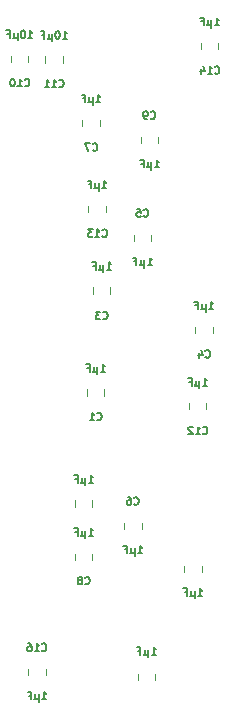
<source format=gbo>
%TF.GenerationSoftware,KiCad,Pcbnew,9.0.4*%
%TF.CreationDate,2025-09-19T11:22:01+02:00*%
%TF.ProjectId,Processor Full Device,50726f63-6573-4736-9f72-2046756c6c20,V0*%
%TF.SameCoordinates,Original*%
%TF.FileFunction,Legend,Bot*%
%TF.FilePolarity,Positive*%
%FSLAX46Y46*%
G04 Gerber Fmt 4.6, Leading zero omitted, Abs format (unit mm)*
G04 Created by KiCad (PCBNEW 9.0.4) date 2025-09-19 11:22:01*
%MOMM*%
%LPD*%
G01*
G04 APERTURE LIST*
%ADD10C,0.150000*%
%ADD11C,0.120000*%
G04 APERTURE END LIST*
D10*
X12524834Y-36631486D02*
X12555072Y-36661725D01*
X12555072Y-36661725D02*
X12645786Y-36691963D01*
X12645786Y-36691963D02*
X12706262Y-36691963D01*
X12706262Y-36691963D02*
X12796977Y-36661725D01*
X12796977Y-36661725D02*
X12857453Y-36601248D01*
X12857453Y-36601248D02*
X12887691Y-36540772D01*
X12887691Y-36540772D02*
X12917929Y-36419820D01*
X12917929Y-36419820D02*
X12917929Y-36329105D01*
X12917929Y-36329105D02*
X12887691Y-36208153D01*
X12887691Y-36208153D02*
X12857453Y-36147677D01*
X12857453Y-36147677D02*
X12796977Y-36087201D01*
X12796977Y-36087201D02*
X12706262Y-36056963D01*
X12706262Y-36056963D02*
X12645786Y-36056963D01*
X12645786Y-36056963D02*
X12555072Y-36087201D01*
X12555072Y-36087201D02*
X12524834Y-36117439D01*
X11980548Y-36056963D02*
X12101501Y-36056963D01*
X12101501Y-36056963D02*
X12161977Y-36087201D01*
X12161977Y-36087201D02*
X12192215Y-36117439D01*
X12192215Y-36117439D02*
X12252691Y-36208153D01*
X12252691Y-36208153D02*
X12282929Y-36329105D01*
X12282929Y-36329105D02*
X12282929Y-36571010D01*
X12282929Y-36571010D02*
X12252691Y-36631486D01*
X12252691Y-36631486D02*
X12222453Y-36661725D01*
X12222453Y-36661725D02*
X12161977Y-36691963D01*
X12161977Y-36691963D02*
X12041024Y-36691963D01*
X12041024Y-36691963D02*
X11980548Y-36661725D01*
X11980548Y-36661725D02*
X11950310Y-36631486D01*
X11950310Y-36631486D02*
X11920072Y-36571010D01*
X11920072Y-36571010D02*
X11920072Y-36419820D01*
X11920072Y-36419820D02*
X11950310Y-36359344D01*
X11950310Y-36359344D02*
X11980548Y-36329105D01*
X11980548Y-36329105D02*
X12041024Y-36298867D01*
X12041024Y-36298867D02*
X12161977Y-36298867D01*
X12161977Y-36298867D02*
X12222453Y-36329105D01*
X12222453Y-36329105D02*
X12252691Y-36359344D01*
X12252691Y-36359344D02*
X12282929Y-36419820D01*
X12869333Y-40798963D02*
X13232190Y-40798963D01*
X13050762Y-40798963D02*
X13050762Y-40163963D01*
X13050762Y-40163963D02*
X13111238Y-40254677D01*
X13111238Y-40254677D02*
X13171714Y-40315153D01*
X13171714Y-40315153D02*
X13232190Y-40345391D01*
X12597190Y-40375629D02*
X12597190Y-41010629D01*
X12294809Y-40708248D02*
X12264571Y-40768725D01*
X12264571Y-40768725D02*
X12204095Y-40798963D01*
X12597190Y-40708248D02*
X12566952Y-40768725D01*
X12566952Y-40768725D02*
X12506476Y-40798963D01*
X12506476Y-40798963D02*
X12385523Y-40798963D01*
X12385523Y-40798963D02*
X12325047Y-40768725D01*
X12325047Y-40768725D02*
X12294809Y-40708248D01*
X12294809Y-40708248D02*
X12294809Y-40375629D01*
X11720285Y-40466344D02*
X11931952Y-40466344D01*
X11931952Y-40798963D02*
X11931952Y-40163963D01*
X11931952Y-40163963D02*
X11629571Y-40163963D01*
X18342214Y-30649487D02*
X18372452Y-30679726D01*
X18372452Y-30679726D02*
X18463166Y-30709964D01*
X18463166Y-30709964D02*
X18523642Y-30709964D01*
X18523642Y-30709964D02*
X18614357Y-30679726D01*
X18614357Y-30679726D02*
X18674833Y-30619249D01*
X18674833Y-30619249D02*
X18705071Y-30558773D01*
X18705071Y-30558773D02*
X18735309Y-30437821D01*
X18735309Y-30437821D02*
X18735309Y-30347106D01*
X18735309Y-30347106D02*
X18705071Y-30226154D01*
X18705071Y-30226154D02*
X18674833Y-30165678D01*
X18674833Y-30165678D02*
X18614357Y-30105202D01*
X18614357Y-30105202D02*
X18523642Y-30074964D01*
X18523642Y-30074964D02*
X18463166Y-30074964D01*
X18463166Y-30074964D02*
X18372452Y-30105202D01*
X18372452Y-30105202D02*
X18342214Y-30135440D01*
X17737452Y-30709964D02*
X18100309Y-30709964D01*
X17918881Y-30709964D02*
X17918881Y-30074964D01*
X17918881Y-30074964D02*
X17979357Y-30165678D01*
X17979357Y-30165678D02*
X18039833Y-30226154D01*
X18039833Y-30226154D02*
X18100309Y-30256392D01*
X17495547Y-30135440D02*
X17465309Y-30105202D01*
X17465309Y-30105202D02*
X17404833Y-30074964D01*
X17404833Y-30074964D02*
X17253642Y-30074964D01*
X17253642Y-30074964D02*
X17193166Y-30105202D01*
X17193166Y-30105202D02*
X17162928Y-30135440D01*
X17162928Y-30135440D02*
X17132690Y-30195916D01*
X17132690Y-30195916D02*
X17132690Y-30256392D01*
X17132690Y-30256392D02*
X17162928Y-30347106D01*
X17162928Y-30347106D02*
X17525785Y-30709964D01*
X17525785Y-30709964D02*
X17132690Y-30709964D01*
X18330333Y-26602964D02*
X18693190Y-26602964D01*
X18511762Y-26602964D02*
X18511762Y-25967964D01*
X18511762Y-25967964D02*
X18572238Y-26058678D01*
X18572238Y-26058678D02*
X18632714Y-26119154D01*
X18632714Y-26119154D02*
X18693190Y-26149392D01*
X18058190Y-26179630D02*
X18058190Y-26814630D01*
X17755809Y-26512249D02*
X17725571Y-26572726D01*
X17725571Y-26572726D02*
X17665095Y-26602964D01*
X18058190Y-26512249D02*
X18027952Y-26572726D01*
X18027952Y-26572726D02*
X17967476Y-26602964D01*
X17967476Y-26602964D02*
X17846523Y-26602964D01*
X17846523Y-26602964D02*
X17786047Y-26572726D01*
X17786047Y-26572726D02*
X17755809Y-26512249D01*
X17755809Y-26512249D02*
X17755809Y-26179630D01*
X17181285Y-26270345D02*
X17392952Y-26270345D01*
X17392952Y-26602964D02*
X17392952Y-25967964D01*
X17392952Y-25967964D02*
X17090571Y-25967964D01*
X8678333Y-34829963D02*
X9041190Y-34829963D01*
X8859762Y-34829963D02*
X8859762Y-34194963D01*
X8859762Y-34194963D02*
X8920238Y-34285677D01*
X8920238Y-34285677D02*
X8980714Y-34346153D01*
X8980714Y-34346153D02*
X9041190Y-34376391D01*
X8406190Y-34406629D02*
X8406190Y-35041629D01*
X8103809Y-34739248D02*
X8073571Y-34799725D01*
X8073571Y-34799725D02*
X8013095Y-34829963D01*
X8406190Y-34739248D02*
X8375952Y-34799725D01*
X8375952Y-34799725D02*
X8315476Y-34829963D01*
X8315476Y-34829963D02*
X8194523Y-34829963D01*
X8194523Y-34829963D02*
X8134047Y-34799725D01*
X8134047Y-34799725D02*
X8103809Y-34739248D01*
X8103809Y-34739248D02*
X8103809Y-34406629D01*
X7529285Y-34497344D02*
X7740952Y-34497344D01*
X7740952Y-34829963D02*
X7740952Y-34194963D01*
X7740952Y-34194963D02*
X7438571Y-34194963D01*
X8387833Y-43371486D02*
X8418071Y-43401725D01*
X8418071Y-43401725D02*
X8508785Y-43431963D01*
X8508785Y-43431963D02*
X8569261Y-43431963D01*
X8569261Y-43431963D02*
X8659976Y-43401725D01*
X8659976Y-43401725D02*
X8720452Y-43341248D01*
X8720452Y-43341248D02*
X8750690Y-43280772D01*
X8750690Y-43280772D02*
X8780928Y-43159820D01*
X8780928Y-43159820D02*
X8780928Y-43069105D01*
X8780928Y-43069105D02*
X8750690Y-42948153D01*
X8750690Y-42948153D02*
X8720452Y-42887677D01*
X8720452Y-42887677D02*
X8659976Y-42827201D01*
X8659976Y-42827201D02*
X8569261Y-42796963D01*
X8569261Y-42796963D02*
X8508785Y-42796963D01*
X8508785Y-42796963D02*
X8418071Y-42827201D01*
X8418071Y-42827201D02*
X8387833Y-42857439D01*
X8024976Y-43069105D02*
X8085452Y-43038867D01*
X8085452Y-43038867D02*
X8115690Y-43008629D01*
X8115690Y-43008629D02*
X8145928Y-42948153D01*
X8145928Y-42948153D02*
X8145928Y-42917915D01*
X8145928Y-42917915D02*
X8115690Y-42857439D01*
X8115690Y-42857439D02*
X8085452Y-42827201D01*
X8085452Y-42827201D02*
X8024976Y-42796963D01*
X8024976Y-42796963D02*
X7904023Y-42796963D01*
X7904023Y-42796963D02*
X7843547Y-42827201D01*
X7843547Y-42827201D02*
X7813309Y-42857439D01*
X7813309Y-42857439D02*
X7783071Y-42917915D01*
X7783071Y-42917915D02*
X7783071Y-42948153D01*
X7783071Y-42948153D02*
X7813309Y-43008629D01*
X7813309Y-43008629D02*
X7843547Y-43038867D01*
X7843547Y-43038867D02*
X7904023Y-43069105D01*
X7904023Y-43069105D02*
X8024976Y-43069105D01*
X8024976Y-43069105D02*
X8085452Y-43099344D01*
X8085452Y-43099344D02*
X8115690Y-43129582D01*
X8115690Y-43129582D02*
X8145928Y-43190058D01*
X8145928Y-43190058D02*
X8145928Y-43311010D01*
X8145928Y-43311010D02*
X8115690Y-43371486D01*
X8115690Y-43371486D02*
X8085452Y-43401725D01*
X8085452Y-43401725D02*
X8024976Y-43431963D01*
X8024976Y-43431963D02*
X7904023Y-43431963D01*
X7904023Y-43431963D02*
X7843547Y-43401725D01*
X7843547Y-43401725D02*
X7813309Y-43371486D01*
X7813309Y-43371486D02*
X7783071Y-43311010D01*
X7783071Y-43311010D02*
X7783071Y-43190058D01*
X7783071Y-43190058D02*
X7813309Y-43129582D01*
X7813309Y-43129582D02*
X7843547Y-43099344D01*
X7843547Y-43099344D02*
X7904023Y-43069105D01*
X8678333Y-39324963D02*
X9041190Y-39324963D01*
X8859762Y-39324963D02*
X8859762Y-38689963D01*
X8859762Y-38689963D02*
X8920238Y-38780677D01*
X8920238Y-38780677D02*
X8980714Y-38841153D01*
X8980714Y-38841153D02*
X9041190Y-38871391D01*
X8406190Y-38901629D02*
X8406190Y-39536629D01*
X8103809Y-39234248D02*
X8073571Y-39294725D01*
X8073571Y-39294725D02*
X8013095Y-39324963D01*
X8406190Y-39234248D02*
X8375952Y-39294725D01*
X8375952Y-39294725D02*
X8315476Y-39324963D01*
X8315476Y-39324963D02*
X8194523Y-39324963D01*
X8194523Y-39324963D02*
X8134047Y-39294725D01*
X8134047Y-39294725D02*
X8103809Y-39234248D01*
X8103809Y-39234248D02*
X8103809Y-38901629D01*
X7529285Y-38992344D02*
X7740952Y-38992344D01*
X7740952Y-39324963D02*
X7740952Y-38689963D01*
X7740952Y-38689963D02*
X7438571Y-38689963D01*
X9403833Y-29478486D02*
X9434071Y-29508725D01*
X9434071Y-29508725D02*
X9524785Y-29538963D01*
X9524785Y-29538963D02*
X9585261Y-29538963D01*
X9585261Y-29538963D02*
X9675976Y-29508725D01*
X9675976Y-29508725D02*
X9736452Y-29448248D01*
X9736452Y-29448248D02*
X9766690Y-29387772D01*
X9766690Y-29387772D02*
X9796928Y-29266820D01*
X9796928Y-29266820D02*
X9796928Y-29176105D01*
X9796928Y-29176105D02*
X9766690Y-29055153D01*
X9766690Y-29055153D02*
X9736452Y-28994677D01*
X9736452Y-28994677D02*
X9675976Y-28934201D01*
X9675976Y-28934201D02*
X9585261Y-28903963D01*
X9585261Y-28903963D02*
X9524785Y-28903963D01*
X9524785Y-28903963D02*
X9434071Y-28934201D01*
X9434071Y-28934201D02*
X9403833Y-28964439D01*
X8799071Y-29538963D02*
X9161928Y-29538963D01*
X8980500Y-29538963D02*
X8980500Y-28903963D01*
X8980500Y-28903963D02*
X9040976Y-28994677D01*
X9040976Y-28994677D02*
X9101452Y-29055153D01*
X9101452Y-29055153D02*
X9161928Y-29085391D01*
X9694333Y-25431963D02*
X10057190Y-25431963D01*
X9875762Y-25431963D02*
X9875762Y-24796963D01*
X9875762Y-24796963D02*
X9936238Y-24887677D01*
X9936238Y-24887677D02*
X9996714Y-24948153D01*
X9996714Y-24948153D02*
X10057190Y-24978391D01*
X9422190Y-25008629D02*
X9422190Y-25643629D01*
X9119809Y-25341248D02*
X9089571Y-25401725D01*
X9089571Y-25401725D02*
X9029095Y-25431963D01*
X9422190Y-25341248D02*
X9391952Y-25401725D01*
X9391952Y-25401725D02*
X9331476Y-25431963D01*
X9331476Y-25431963D02*
X9210523Y-25431963D01*
X9210523Y-25431963D02*
X9150047Y-25401725D01*
X9150047Y-25401725D02*
X9119809Y-25341248D01*
X9119809Y-25341248D02*
X9119809Y-25008629D01*
X8545285Y-25099344D02*
X8756952Y-25099344D01*
X8756952Y-25431963D02*
X8756952Y-24796963D01*
X8756952Y-24796963D02*
X8454571Y-24796963D01*
X13921834Y-3966487D02*
X13952072Y-3996726D01*
X13952072Y-3996726D02*
X14042786Y-4026964D01*
X14042786Y-4026964D02*
X14103262Y-4026964D01*
X14103262Y-4026964D02*
X14193977Y-3996726D01*
X14193977Y-3996726D02*
X14254453Y-3936249D01*
X14254453Y-3936249D02*
X14284691Y-3875773D01*
X14284691Y-3875773D02*
X14314929Y-3754821D01*
X14314929Y-3754821D02*
X14314929Y-3664106D01*
X14314929Y-3664106D02*
X14284691Y-3543154D01*
X14284691Y-3543154D02*
X14254453Y-3482678D01*
X14254453Y-3482678D02*
X14193977Y-3422202D01*
X14193977Y-3422202D02*
X14103262Y-3391964D01*
X14103262Y-3391964D02*
X14042786Y-3391964D01*
X14042786Y-3391964D02*
X13952072Y-3422202D01*
X13952072Y-3422202D02*
X13921834Y-3452440D01*
X13619453Y-4026964D02*
X13498501Y-4026964D01*
X13498501Y-4026964D02*
X13438024Y-3996726D01*
X13438024Y-3996726D02*
X13407786Y-3966487D01*
X13407786Y-3966487D02*
X13347310Y-3875773D01*
X13347310Y-3875773D02*
X13317072Y-3754821D01*
X13317072Y-3754821D02*
X13317072Y-3512916D01*
X13317072Y-3512916D02*
X13347310Y-3452440D01*
X13347310Y-3452440D02*
X13377548Y-3422202D01*
X13377548Y-3422202D02*
X13438024Y-3391964D01*
X13438024Y-3391964D02*
X13558977Y-3391964D01*
X13558977Y-3391964D02*
X13619453Y-3422202D01*
X13619453Y-3422202D02*
X13649691Y-3452440D01*
X13649691Y-3452440D02*
X13679929Y-3512916D01*
X13679929Y-3512916D02*
X13679929Y-3664106D01*
X13679929Y-3664106D02*
X13649691Y-3724583D01*
X13649691Y-3724583D02*
X13619453Y-3754821D01*
X13619453Y-3754821D02*
X13558977Y-3785059D01*
X13558977Y-3785059D02*
X13438024Y-3785059D01*
X13438024Y-3785059D02*
X13377548Y-3754821D01*
X13377548Y-3754821D02*
X13347310Y-3724583D01*
X13347310Y-3724583D02*
X13317072Y-3664106D01*
X14266333Y-8133964D02*
X14629190Y-8133964D01*
X14447762Y-8133964D02*
X14447762Y-7498964D01*
X14447762Y-7498964D02*
X14508238Y-7589678D01*
X14508238Y-7589678D02*
X14568714Y-7650154D01*
X14568714Y-7650154D02*
X14629190Y-7680392D01*
X13994190Y-7710630D02*
X13994190Y-8345630D01*
X13691809Y-8043249D02*
X13661571Y-8103726D01*
X13661571Y-8103726D02*
X13601095Y-8133964D01*
X13994190Y-8043249D02*
X13963952Y-8103726D01*
X13963952Y-8103726D02*
X13903476Y-8133964D01*
X13903476Y-8133964D02*
X13782523Y-8133964D01*
X13782523Y-8133964D02*
X13722047Y-8103726D01*
X13722047Y-8103726D02*
X13691809Y-8043249D01*
X13691809Y-8043249D02*
X13691809Y-7710630D01*
X13117285Y-7801345D02*
X13328952Y-7801345D01*
X13328952Y-8133964D02*
X13328952Y-7498964D01*
X13328952Y-7498964D02*
X13026571Y-7498964D01*
X9026833Y-6668486D02*
X9057071Y-6698725D01*
X9057071Y-6698725D02*
X9147785Y-6728963D01*
X9147785Y-6728963D02*
X9208261Y-6728963D01*
X9208261Y-6728963D02*
X9298976Y-6698725D01*
X9298976Y-6698725D02*
X9359452Y-6638248D01*
X9359452Y-6638248D02*
X9389690Y-6577772D01*
X9389690Y-6577772D02*
X9419928Y-6456820D01*
X9419928Y-6456820D02*
X9419928Y-6366105D01*
X9419928Y-6366105D02*
X9389690Y-6245153D01*
X9389690Y-6245153D02*
X9359452Y-6184677D01*
X9359452Y-6184677D02*
X9298976Y-6124201D01*
X9298976Y-6124201D02*
X9208261Y-6093963D01*
X9208261Y-6093963D02*
X9147785Y-6093963D01*
X9147785Y-6093963D02*
X9057071Y-6124201D01*
X9057071Y-6124201D02*
X9026833Y-6154439D01*
X8815166Y-6093963D02*
X8391833Y-6093963D01*
X8391833Y-6093963D02*
X8663976Y-6728963D01*
X9317333Y-2621963D02*
X9680190Y-2621963D01*
X9498762Y-2621963D02*
X9498762Y-1986963D01*
X9498762Y-1986963D02*
X9559238Y-2077677D01*
X9559238Y-2077677D02*
X9619714Y-2138153D01*
X9619714Y-2138153D02*
X9680190Y-2168391D01*
X9045190Y-2198629D02*
X9045190Y-2833629D01*
X8742809Y-2531248D02*
X8712571Y-2591725D01*
X8712571Y-2591725D02*
X8652095Y-2621963D01*
X9045190Y-2531248D02*
X9014952Y-2591725D01*
X9014952Y-2591725D02*
X8954476Y-2621963D01*
X8954476Y-2621963D02*
X8833523Y-2621963D01*
X8833523Y-2621963D02*
X8773047Y-2591725D01*
X8773047Y-2591725D02*
X8742809Y-2531248D01*
X8742809Y-2531248D02*
X8742809Y-2198629D01*
X8168285Y-2289344D02*
X8379952Y-2289344D01*
X8379952Y-2621963D02*
X8379952Y-1986963D01*
X8379952Y-1986963D02*
X8077571Y-1986963D01*
X3259214Y-1218486D02*
X3289452Y-1248725D01*
X3289452Y-1248725D02*
X3380166Y-1278963D01*
X3380166Y-1278963D02*
X3440642Y-1278963D01*
X3440642Y-1278963D02*
X3531357Y-1248725D01*
X3531357Y-1248725D02*
X3591833Y-1188248D01*
X3591833Y-1188248D02*
X3622071Y-1127772D01*
X3622071Y-1127772D02*
X3652309Y-1006820D01*
X3652309Y-1006820D02*
X3652309Y-916105D01*
X3652309Y-916105D02*
X3622071Y-795153D01*
X3622071Y-795153D02*
X3591833Y-734677D01*
X3591833Y-734677D02*
X3531357Y-674201D01*
X3531357Y-674201D02*
X3440642Y-643963D01*
X3440642Y-643963D02*
X3380166Y-643963D01*
X3380166Y-643963D02*
X3289452Y-674201D01*
X3289452Y-674201D02*
X3259214Y-704439D01*
X2654452Y-1278963D02*
X3017309Y-1278963D01*
X2835881Y-1278963D02*
X2835881Y-643963D01*
X2835881Y-643963D02*
X2896357Y-734677D01*
X2896357Y-734677D02*
X2956833Y-795153D01*
X2956833Y-795153D02*
X3017309Y-825391D01*
X2261357Y-643963D02*
X2200880Y-643963D01*
X2200880Y-643963D02*
X2140404Y-674201D01*
X2140404Y-674201D02*
X2110166Y-704439D01*
X2110166Y-704439D02*
X2079928Y-764915D01*
X2079928Y-764915D02*
X2049690Y-885867D01*
X2049690Y-885867D02*
X2049690Y-1037058D01*
X2049690Y-1037058D02*
X2079928Y-1158010D01*
X2079928Y-1158010D02*
X2110166Y-1218486D01*
X2110166Y-1218486D02*
X2140404Y-1248725D01*
X2140404Y-1248725D02*
X2200880Y-1278963D01*
X2200880Y-1278963D02*
X2261357Y-1278963D01*
X2261357Y-1278963D02*
X2321833Y-1248725D01*
X2321833Y-1248725D02*
X2352071Y-1218486D01*
X2352071Y-1218486D02*
X2382309Y-1158010D01*
X2382309Y-1158010D02*
X2412547Y-1037058D01*
X2412547Y-1037058D02*
X2412547Y-885867D01*
X2412547Y-885867D02*
X2382309Y-764915D01*
X2382309Y-764915D02*
X2352071Y-704439D01*
X2352071Y-704439D02*
X2321833Y-674201D01*
X2321833Y-674201D02*
X2261357Y-643963D01*
X3549714Y2828036D02*
X3912571Y2828036D01*
X3731143Y2828036D02*
X3731143Y3463036D01*
X3731143Y3463036D02*
X3791619Y3372322D01*
X3791619Y3372322D02*
X3852095Y3311846D01*
X3852095Y3311846D02*
X3912571Y3281608D01*
X3156619Y3463036D02*
X3096142Y3463036D01*
X3096142Y3463036D02*
X3035666Y3432798D01*
X3035666Y3432798D02*
X3005428Y3402560D01*
X3005428Y3402560D02*
X2975190Y3342084D01*
X2975190Y3342084D02*
X2944952Y3221132D01*
X2944952Y3221132D02*
X2944952Y3069941D01*
X2944952Y3069941D02*
X2975190Y2948989D01*
X2975190Y2948989D02*
X3005428Y2888513D01*
X3005428Y2888513D02*
X3035666Y2858275D01*
X3035666Y2858275D02*
X3096142Y2828036D01*
X3096142Y2828036D02*
X3156619Y2828036D01*
X3156619Y2828036D02*
X3217095Y2858275D01*
X3217095Y2858275D02*
X3247333Y2888513D01*
X3247333Y2888513D02*
X3277571Y2948989D01*
X3277571Y2948989D02*
X3307809Y3069941D01*
X3307809Y3069941D02*
X3307809Y3221132D01*
X3307809Y3221132D02*
X3277571Y3342084D01*
X3277571Y3342084D02*
X3247333Y3402560D01*
X3247333Y3402560D02*
X3217095Y3432798D01*
X3217095Y3432798D02*
X3156619Y3463036D01*
X2672809Y3251370D02*
X2672809Y2616370D01*
X2370428Y2918751D02*
X2340190Y2858275D01*
X2340190Y2858275D02*
X2279714Y2828036D01*
X2672809Y2918751D02*
X2642571Y2858275D01*
X2642571Y2858275D02*
X2582095Y2828036D01*
X2582095Y2828036D02*
X2461142Y2828036D01*
X2461142Y2828036D02*
X2400666Y2858275D01*
X2400666Y2858275D02*
X2370428Y2918751D01*
X2370428Y2918751D02*
X2370428Y3251370D01*
X1795904Y3160655D02*
X2007571Y3160655D01*
X2007571Y2828036D02*
X2007571Y3463036D01*
X2007571Y3463036D02*
X1705190Y3463036D01*
X17949333Y-44416963D02*
X18312190Y-44416963D01*
X18130762Y-44416963D02*
X18130762Y-43781963D01*
X18130762Y-43781963D02*
X18191238Y-43872677D01*
X18191238Y-43872677D02*
X18251714Y-43933153D01*
X18251714Y-43933153D02*
X18312190Y-43963391D01*
X17677190Y-43993629D02*
X17677190Y-44628629D01*
X17374809Y-44326248D02*
X17344571Y-44386725D01*
X17344571Y-44386725D02*
X17284095Y-44416963D01*
X17677190Y-44326248D02*
X17646952Y-44386725D01*
X17646952Y-44386725D02*
X17586476Y-44416963D01*
X17586476Y-44416963D02*
X17465523Y-44416963D01*
X17465523Y-44416963D02*
X17405047Y-44386725D01*
X17405047Y-44386725D02*
X17374809Y-44326248D01*
X17374809Y-44326248D02*
X17374809Y-43993629D01*
X16800285Y-44084344D02*
X17011952Y-44084344D01*
X17011952Y-44416963D02*
X17011952Y-43781963D01*
X17011952Y-43781963D02*
X16709571Y-43781963D01*
X4703215Y-49011486D02*
X4733453Y-49041725D01*
X4733453Y-49041725D02*
X4824167Y-49071963D01*
X4824167Y-49071963D02*
X4884643Y-49071963D01*
X4884643Y-49071963D02*
X4975358Y-49041725D01*
X4975358Y-49041725D02*
X5035834Y-48981248D01*
X5035834Y-48981248D02*
X5066072Y-48920772D01*
X5066072Y-48920772D02*
X5096310Y-48799820D01*
X5096310Y-48799820D02*
X5096310Y-48709105D01*
X5096310Y-48709105D02*
X5066072Y-48588153D01*
X5066072Y-48588153D02*
X5035834Y-48527677D01*
X5035834Y-48527677D02*
X4975358Y-48467201D01*
X4975358Y-48467201D02*
X4884643Y-48436963D01*
X4884643Y-48436963D02*
X4824167Y-48436963D01*
X4824167Y-48436963D02*
X4733453Y-48467201D01*
X4733453Y-48467201D02*
X4703215Y-48497439D01*
X4098453Y-49071963D02*
X4461310Y-49071963D01*
X4279882Y-49071963D02*
X4279882Y-48436963D01*
X4279882Y-48436963D02*
X4340358Y-48527677D01*
X4340358Y-48527677D02*
X4400834Y-48588153D01*
X4400834Y-48588153D02*
X4461310Y-48618391D01*
X3554167Y-48436963D02*
X3675120Y-48436963D01*
X3675120Y-48436963D02*
X3735596Y-48467201D01*
X3735596Y-48467201D02*
X3765834Y-48497439D01*
X3765834Y-48497439D02*
X3826310Y-48588153D01*
X3826310Y-48588153D02*
X3856548Y-48709105D01*
X3856548Y-48709105D02*
X3856548Y-48951010D01*
X3856548Y-48951010D02*
X3826310Y-49011486D01*
X3826310Y-49011486D02*
X3796072Y-49041725D01*
X3796072Y-49041725D02*
X3735596Y-49071963D01*
X3735596Y-49071963D02*
X3614643Y-49071963D01*
X3614643Y-49071963D02*
X3554167Y-49041725D01*
X3554167Y-49041725D02*
X3523929Y-49011486D01*
X3523929Y-49011486D02*
X3493691Y-48951010D01*
X3493691Y-48951010D02*
X3493691Y-48799820D01*
X3493691Y-48799820D02*
X3523929Y-48739344D01*
X3523929Y-48739344D02*
X3554167Y-48709105D01*
X3554167Y-48709105D02*
X3614643Y-48678867D01*
X3614643Y-48678867D02*
X3735596Y-48678867D01*
X3735596Y-48678867D02*
X3796072Y-48709105D01*
X3796072Y-48709105D02*
X3826310Y-48739344D01*
X3826310Y-48739344D02*
X3856548Y-48799820D01*
X4745333Y-53178963D02*
X5108190Y-53178963D01*
X4926762Y-53178963D02*
X4926762Y-52543963D01*
X4926762Y-52543963D02*
X4987238Y-52634677D01*
X4987238Y-52634677D02*
X5047714Y-52695153D01*
X5047714Y-52695153D02*
X5108190Y-52725391D01*
X4473190Y-52755629D02*
X4473190Y-53390629D01*
X4170809Y-53088248D02*
X4140571Y-53148725D01*
X4140571Y-53148725D02*
X4080095Y-53178963D01*
X4473190Y-53088248D02*
X4442952Y-53148725D01*
X4442952Y-53148725D02*
X4382476Y-53178963D01*
X4382476Y-53178963D02*
X4261523Y-53178963D01*
X4261523Y-53178963D02*
X4201047Y-53148725D01*
X4201047Y-53148725D02*
X4170809Y-53088248D01*
X4170809Y-53088248D02*
X4170809Y-52755629D01*
X3596285Y-52846344D02*
X3807952Y-52846344D01*
X3807952Y-53178963D02*
X3807952Y-52543963D01*
X3807952Y-52543963D02*
X3505571Y-52543963D01*
X13320833Y-12245487D02*
X13351071Y-12275726D01*
X13351071Y-12275726D02*
X13441785Y-12305964D01*
X13441785Y-12305964D02*
X13502261Y-12305964D01*
X13502261Y-12305964D02*
X13592976Y-12275726D01*
X13592976Y-12275726D02*
X13653452Y-12215249D01*
X13653452Y-12215249D02*
X13683690Y-12154773D01*
X13683690Y-12154773D02*
X13713928Y-12033821D01*
X13713928Y-12033821D02*
X13713928Y-11943106D01*
X13713928Y-11943106D02*
X13683690Y-11822154D01*
X13683690Y-11822154D02*
X13653452Y-11761678D01*
X13653452Y-11761678D02*
X13592976Y-11701202D01*
X13592976Y-11701202D02*
X13502261Y-11670964D01*
X13502261Y-11670964D02*
X13441785Y-11670964D01*
X13441785Y-11670964D02*
X13351071Y-11701202D01*
X13351071Y-11701202D02*
X13320833Y-11731440D01*
X12746309Y-11670964D02*
X13048690Y-11670964D01*
X13048690Y-11670964D02*
X13078928Y-11973345D01*
X13078928Y-11973345D02*
X13048690Y-11943106D01*
X13048690Y-11943106D02*
X12988214Y-11912868D01*
X12988214Y-11912868D02*
X12837023Y-11912868D01*
X12837023Y-11912868D02*
X12776547Y-11943106D01*
X12776547Y-11943106D02*
X12746309Y-11973345D01*
X12746309Y-11973345D02*
X12716071Y-12033821D01*
X12716071Y-12033821D02*
X12716071Y-12185011D01*
X12716071Y-12185011D02*
X12746309Y-12245487D01*
X12746309Y-12245487D02*
X12776547Y-12275726D01*
X12776547Y-12275726D02*
X12837023Y-12305964D01*
X12837023Y-12305964D02*
X12988214Y-12305964D01*
X12988214Y-12305964D02*
X13048690Y-12275726D01*
X13048690Y-12275726D02*
X13078928Y-12245487D01*
X13665332Y-16412964D02*
X14028189Y-16412964D01*
X13846761Y-16412964D02*
X13846761Y-15777964D01*
X13846761Y-15777964D02*
X13907237Y-15868678D01*
X13907237Y-15868678D02*
X13967713Y-15929154D01*
X13967713Y-15929154D02*
X14028189Y-15959392D01*
X13393189Y-15989630D02*
X13393189Y-16624630D01*
X13090808Y-16322249D02*
X13060570Y-16382726D01*
X13060570Y-16382726D02*
X13000094Y-16412964D01*
X13393189Y-16322249D02*
X13362951Y-16382726D01*
X13362951Y-16382726D02*
X13302475Y-16412964D01*
X13302475Y-16412964D02*
X13181522Y-16412964D01*
X13181522Y-16412964D02*
X13121046Y-16382726D01*
X13121046Y-16382726D02*
X13090808Y-16322249D01*
X13090808Y-16322249D02*
X13090808Y-15989630D01*
X12516284Y-16080345D02*
X12727951Y-16080345D01*
X12727951Y-16412964D02*
X12727951Y-15777964D01*
X12727951Y-15777964D02*
X12425570Y-15777964D01*
X18564832Y-24168487D02*
X18595070Y-24198726D01*
X18595070Y-24198726D02*
X18685784Y-24228964D01*
X18685784Y-24228964D02*
X18746260Y-24228964D01*
X18746260Y-24228964D02*
X18836975Y-24198726D01*
X18836975Y-24198726D02*
X18897451Y-24138249D01*
X18897451Y-24138249D02*
X18927689Y-24077773D01*
X18927689Y-24077773D02*
X18957927Y-23956821D01*
X18957927Y-23956821D02*
X18957927Y-23866106D01*
X18957927Y-23866106D02*
X18927689Y-23745154D01*
X18927689Y-23745154D02*
X18897451Y-23684678D01*
X18897451Y-23684678D02*
X18836975Y-23624202D01*
X18836975Y-23624202D02*
X18746260Y-23593964D01*
X18746260Y-23593964D02*
X18685784Y-23593964D01*
X18685784Y-23593964D02*
X18595070Y-23624202D01*
X18595070Y-23624202D02*
X18564832Y-23654440D01*
X18020546Y-23805630D02*
X18020546Y-24228964D01*
X18171737Y-23563726D02*
X18322927Y-24017297D01*
X18322927Y-24017297D02*
X17929832Y-24017297D01*
X18855332Y-20121964D02*
X19218189Y-20121964D01*
X19036761Y-20121964D02*
X19036761Y-19486964D01*
X19036761Y-19486964D02*
X19097237Y-19577678D01*
X19097237Y-19577678D02*
X19157713Y-19638154D01*
X19157713Y-19638154D02*
X19218189Y-19668392D01*
X18583189Y-19698630D02*
X18583189Y-20333630D01*
X18280808Y-20031249D02*
X18250570Y-20091726D01*
X18250570Y-20091726D02*
X18190094Y-20121964D01*
X18583189Y-20031249D02*
X18552951Y-20091726D01*
X18552951Y-20091726D02*
X18492475Y-20121964D01*
X18492475Y-20121964D02*
X18371522Y-20121964D01*
X18371522Y-20121964D02*
X18311046Y-20091726D01*
X18311046Y-20091726D02*
X18280808Y-20031249D01*
X18280808Y-20031249D02*
X18280808Y-19698630D01*
X17706284Y-19789345D02*
X17917951Y-19789345D01*
X17917951Y-20121964D02*
X17917951Y-19486964D01*
X17917951Y-19486964D02*
X17615570Y-19486964D01*
X9888833Y-20926486D02*
X9919071Y-20956725D01*
X9919071Y-20956725D02*
X10009785Y-20986963D01*
X10009785Y-20986963D02*
X10070261Y-20986963D01*
X10070261Y-20986963D02*
X10160976Y-20956725D01*
X10160976Y-20956725D02*
X10221452Y-20896248D01*
X10221452Y-20896248D02*
X10251690Y-20835772D01*
X10251690Y-20835772D02*
X10281928Y-20714820D01*
X10281928Y-20714820D02*
X10281928Y-20624105D01*
X10281928Y-20624105D02*
X10251690Y-20503153D01*
X10251690Y-20503153D02*
X10221452Y-20442677D01*
X10221452Y-20442677D02*
X10160976Y-20382201D01*
X10160976Y-20382201D02*
X10070261Y-20351963D01*
X10070261Y-20351963D02*
X10009785Y-20351963D01*
X10009785Y-20351963D02*
X9919071Y-20382201D01*
X9919071Y-20382201D02*
X9888833Y-20412439D01*
X9677166Y-20351963D02*
X9284071Y-20351963D01*
X9284071Y-20351963D02*
X9495738Y-20593867D01*
X9495738Y-20593867D02*
X9405023Y-20593867D01*
X9405023Y-20593867D02*
X9344547Y-20624105D01*
X9344547Y-20624105D02*
X9314309Y-20654344D01*
X9314309Y-20654344D02*
X9284071Y-20714820D01*
X9284071Y-20714820D02*
X9284071Y-20866010D01*
X9284071Y-20866010D02*
X9314309Y-20926486D01*
X9314309Y-20926486D02*
X9344547Y-20956725D01*
X9344547Y-20956725D02*
X9405023Y-20986963D01*
X9405023Y-20986963D02*
X9586452Y-20986963D01*
X9586452Y-20986963D02*
X9646928Y-20956725D01*
X9646928Y-20956725D02*
X9677166Y-20926486D01*
X10206333Y-16795963D02*
X10569190Y-16795963D01*
X10387762Y-16795963D02*
X10387762Y-16160963D01*
X10387762Y-16160963D02*
X10448238Y-16251677D01*
X10448238Y-16251677D02*
X10508714Y-16312153D01*
X10508714Y-16312153D02*
X10569190Y-16342391D01*
X9934190Y-16372629D02*
X9934190Y-17007629D01*
X9631809Y-16705248D02*
X9601571Y-16765725D01*
X9601571Y-16765725D02*
X9541095Y-16795963D01*
X9934190Y-16705248D02*
X9903952Y-16765725D01*
X9903952Y-16765725D02*
X9843476Y-16795963D01*
X9843476Y-16795963D02*
X9722523Y-16795963D01*
X9722523Y-16795963D02*
X9662047Y-16765725D01*
X9662047Y-16765725D02*
X9631809Y-16705248D01*
X9631809Y-16705248D02*
X9631809Y-16372629D01*
X9057285Y-16463344D02*
X9268952Y-16463344D01*
X9268952Y-16795963D02*
X9268952Y-16160963D01*
X9268952Y-16160963D02*
X8966571Y-16160963D01*
X6180213Y-1284486D02*
X6210451Y-1314725D01*
X6210451Y-1314725D02*
X6301165Y-1344963D01*
X6301165Y-1344963D02*
X6361641Y-1344963D01*
X6361641Y-1344963D02*
X6452356Y-1314725D01*
X6452356Y-1314725D02*
X6512832Y-1254248D01*
X6512832Y-1254248D02*
X6543070Y-1193772D01*
X6543070Y-1193772D02*
X6573308Y-1072820D01*
X6573308Y-1072820D02*
X6573308Y-982105D01*
X6573308Y-982105D02*
X6543070Y-861153D01*
X6543070Y-861153D02*
X6512832Y-800677D01*
X6512832Y-800677D02*
X6452356Y-740201D01*
X6452356Y-740201D02*
X6361641Y-709963D01*
X6361641Y-709963D02*
X6301165Y-709963D01*
X6301165Y-709963D02*
X6210451Y-740201D01*
X6210451Y-740201D02*
X6180213Y-770439D01*
X5575451Y-1344963D02*
X5938308Y-1344963D01*
X5756880Y-1344963D02*
X5756880Y-709963D01*
X5756880Y-709963D02*
X5817356Y-800677D01*
X5817356Y-800677D02*
X5877832Y-861153D01*
X5877832Y-861153D02*
X5938308Y-891391D01*
X4970689Y-1344963D02*
X5333546Y-1344963D01*
X5152118Y-1344963D02*
X5152118Y-709963D01*
X5152118Y-709963D02*
X5212594Y-800677D01*
X5212594Y-800677D02*
X5273070Y-861153D01*
X5273070Y-861153D02*
X5333546Y-891391D01*
X6470714Y2762036D02*
X6833571Y2762036D01*
X6652143Y2762036D02*
X6652143Y3397036D01*
X6652143Y3397036D02*
X6712619Y3306322D01*
X6712619Y3306322D02*
X6773095Y3245846D01*
X6773095Y3245846D02*
X6833571Y3215608D01*
X6077619Y3397036D02*
X6017142Y3397036D01*
X6017142Y3397036D02*
X5956666Y3366798D01*
X5956666Y3366798D02*
X5926428Y3336560D01*
X5926428Y3336560D02*
X5896190Y3276084D01*
X5896190Y3276084D02*
X5865952Y3155132D01*
X5865952Y3155132D02*
X5865952Y3003941D01*
X5865952Y3003941D02*
X5896190Y2882989D01*
X5896190Y2882989D02*
X5926428Y2822513D01*
X5926428Y2822513D02*
X5956666Y2792275D01*
X5956666Y2792275D02*
X6017142Y2762036D01*
X6017142Y2762036D02*
X6077619Y2762036D01*
X6077619Y2762036D02*
X6138095Y2792275D01*
X6138095Y2792275D02*
X6168333Y2822513D01*
X6168333Y2822513D02*
X6198571Y2882989D01*
X6198571Y2882989D02*
X6228809Y3003941D01*
X6228809Y3003941D02*
X6228809Y3155132D01*
X6228809Y3155132D02*
X6198571Y3276084D01*
X6198571Y3276084D02*
X6168333Y3336560D01*
X6168333Y3336560D02*
X6138095Y3366798D01*
X6138095Y3366798D02*
X6077619Y3397036D01*
X5593809Y3185370D02*
X5593809Y2550370D01*
X5291428Y2852751D02*
X5261190Y2792275D01*
X5261190Y2792275D02*
X5200714Y2762036D01*
X5593809Y2852751D02*
X5563571Y2792275D01*
X5563571Y2792275D02*
X5503095Y2762036D01*
X5503095Y2762036D02*
X5382142Y2762036D01*
X5382142Y2762036D02*
X5321666Y2792275D01*
X5321666Y2792275D02*
X5291428Y2852751D01*
X5291428Y2852751D02*
X5291428Y3185370D01*
X4716904Y3094655D02*
X4928571Y3094655D01*
X4928571Y2762036D02*
X4928571Y3397036D01*
X4928571Y3397036D02*
X4626190Y3397036D01*
X19358214Y-141486D02*
X19388452Y-171725D01*
X19388452Y-171725D02*
X19479166Y-201963D01*
X19479166Y-201963D02*
X19539642Y-201963D01*
X19539642Y-201963D02*
X19630357Y-171725D01*
X19630357Y-171725D02*
X19690833Y-111248D01*
X19690833Y-111248D02*
X19721071Y-50772D01*
X19721071Y-50772D02*
X19751309Y70179D01*
X19751309Y70179D02*
X19751309Y160894D01*
X19751309Y160894D02*
X19721071Y281846D01*
X19721071Y281846D02*
X19690833Y342322D01*
X19690833Y342322D02*
X19630357Y402798D01*
X19630357Y402798D02*
X19539642Y433036D01*
X19539642Y433036D02*
X19479166Y433036D01*
X19479166Y433036D02*
X19388452Y402798D01*
X19388452Y402798D02*
X19358214Y372560D01*
X18753452Y-201963D02*
X19116309Y-201963D01*
X18934881Y-201963D02*
X18934881Y433036D01*
X18934881Y433036D02*
X18995357Y342322D01*
X18995357Y342322D02*
X19055833Y281846D01*
X19055833Y281846D02*
X19116309Y251608D01*
X18209166Y221370D02*
X18209166Y-201963D01*
X18360357Y463275D02*
X18511547Y9703D01*
X18511547Y9703D02*
X18118452Y9703D01*
X19346333Y3905036D02*
X19709190Y3905036D01*
X19527762Y3905036D02*
X19527762Y4540036D01*
X19527762Y4540036D02*
X19588238Y4449322D01*
X19588238Y4449322D02*
X19648714Y4388846D01*
X19648714Y4388846D02*
X19709190Y4358608D01*
X19074190Y4328370D02*
X19074190Y3693370D01*
X18771809Y3995751D02*
X18741571Y3935275D01*
X18741571Y3935275D02*
X18681095Y3905036D01*
X19074190Y3995751D02*
X19043952Y3935275D01*
X19043952Y3935275D02*
X18983476Y3905036D01*
X18983476Y3905036D02*
X18862523Y3905036D01*
X18862523Y3905036D02*
X18802047Y3935275D01*
X18802047Y3935275D02*
X18771809Y3995751D01*
X18771809Y3995751D02*
X18771809Y4328370D01*
X18197285Y4237655D02*
X18408952Y4237655D01*
X18408952Y3905036D02*
X18408952Y4540036D01*
X18408952Y4540036D02*
X18106571Y4540036D01*
X14004333Y-49378963D02*
X14367190Y-49378963D01*
X14185762Y-49378963D02*
X14185762Y-48743963D01*
X14185762Y-48743963D02*
X14246238Y-48834677D01*
X14246238Y-48834677D02*
X14306714Y-48895153D01*
X14306714Y-48895153D02*
X14367190Y-48925391D01*
X13732190Y-48955629D02*
X13732190Y-49590629D01*
X13429809Y-49288248D02*
X13399571Y-49348725D01*
X13399571Y-49348725D02*
X13339095Y-49378963D01*
X13732190Y-49288248D02*
X13701952Y-49348725D01*
X13701952Y-49348725D02*
X13641476Y-49378963D01*
X13641476Y-49378963D02*
X13520523Y-49378963D01*
X13520523Y-49378963D02*
X13460047Y-49348725D01*
X13460047Y-49348725D02*
X13429809Y-49288248D01*
X13429809Y-49288248D02*
X13429809Y-48955629D01*
X12855285Y-49046344D02*
X13066952Y-49046344D01*
X13066952Y-49378963D02*
X13066952Y-48743963D01*
X13066952Y-48743963D02*
X12764571Y-48743963D01*
X9837214Y-13952486D02*
X9867452Y-13982725D01*
X9867452Y-13982725D02*
X9958166Y-14012963D01*
X9958166Y-14012963D02*
X10018642Y-14012963D01*
X10018642Y-14012963D02*
X10109357Y-13982725D01*
X10109357Y-13982725D02*
X10169833Y-13922248D01*
X10169833Y-13922248D02*
X10200071Y-13861772D01*
X10200071Y-13861772D02*
X10230309Y-13740820D01*
X10230309Y-13740820D02*
X10230309Y-13650105D01*
X10230309Y-13650105D02*
X10200071Y-13529153D01*
X10200071Y-13529153D02*
X10169833Y-13468677D01*
X10169833Y-13468677D02*
X10109357Y-13408201D01*
X10109357Y-13408201D02*
X10018642Y-13377963D01*
X10018642Y-13377963D02*
X9958166Y-13377963D01*
X9958166Y-13377963D02*
X9867452Y-13408201D01*
X9867452Y-13408201D02*
X9837214Y-13438439D01*
X9232452Y-14012963D02*
X9595309Y-14012963D01*
X9413881Y-14012963D02*
X9413881Y-13377963D01*
X9413881Y-13377963D02*
X9474357Y-13468677D01*
X9474357Y-13468677D02*
X9534833Y-13529153D01*
X9534833Y-13529153D02*
X9595309Y-13559391D01*
X9020785Y-13377963D02*
X8627690Y-13377963D01*
X8627690Y-13377963D02*
X8839357Y-13619867D01*
X8839357Y-13619867D02*
X8748642Y-13619867D01*
X8748642Y-13619867D02*
X8688166Y-13650105D01*
X8688166Y-13650105D02*
X8657928Y-13680344D01*
X8657928Y-13680344D02*
X8627690Y-13740820D01*
X8627690Y-13740820D02*
X8627690Y-13892010D01*
X8627690Y-13892010D02*
X8657928Y-13952486D01*
X8657928Y-13952486D02*
X8688166Y-13982725D01*
X8688166Y-13982725D02*
X8748642Y-14012963D01*
X8748642Y-14012963D02*
X8930071Y-14012963D01*
X8930071Y-14012963D02*
X8990547Y-13982725D01*
X8990547Y-13982725D02*
X9020785Y-13952486D01*
X9825333Y-9905963D02*
X10188190Y-9905963D01*
X10006762Y-9905963D02*
X10006762Y-9270963D01*
X10006762Y-9270963D02*
X10067238Y-9361677D01*
X10067238Y-9361677D02*
X10127714Y-9422153D01*
X10127714Y-9422153D02*
X10188190Y-9452391D01*
X9553190Y-9482629D02*
X9553190Y-10117629D01*
X9250809Y-9815248D02*
X9220571Y-9875725D01*
X9220571Y-9875725D02*
X9160095Y-9905963D01*
X9553190Y-9815248D02*
X9522952Y-9875725D01*
X9522952Y-9875725D02*
X9462476Y-9905963D01*
X9462476Y-9905963D02*
X9341523Y-9905963D01*
X9341523Y-9905963D02*
X9281047Y-9875725D01*
X9281047Y-9875725D02*
X9250809Y-9815248D01*
X9250809Y-9815248D02*
X9250809Y-9482629D01*
X8676285Y-9573344D02*
X8887952Y-9573344D01*
X8887952Y-9905963D02*
X8887952Y-9270963D01*
X8887952Y-9270963D02*
X8585571Y-9270963D01*
D11*
%TO.C,C6*%
X13181000Y-38726252D02*
X13181000Y-38203748D01*
X11711000Y-38726252D02*
X11711000Y-38203748D01*
%TO.C,C12*%
X18642000Y-28103749D02*
X18642000Y-28626253D01*
X17172000Y-28103749D02*
X17172000Y-28626253D01*
%TO.C,C17*%
X8990000Y-36330748D02*
X8990000Y-36853252D01*
X7520000Y-36330748D02*
X7520000Y-36853252D01*
%TO.C,C8*%
X8990000Y-40825748D02*
X8990000Y-41348252D01*
X7520000Y-40825748D02*
X7520000Y-41348252D01*
%TO.C,C1*%
X10006000Y-26932748D02*
X10006000Y-27455252D01*
X8536000Y-26932748D02*
X8536000Y-27455252D01*
%TO.C,C9*%
X14578000Y-6061253D02*
X14578000Y-5538749D01*
X13108000Y-6061253D02*
X13108000Y-5538749D01*
%TO.C,C7*%
X9629000Y-4122748D02*
X9629000Y-4645252D01*
X8159000Y-4122748D02*
X8159000Y-4645252D01*
%TO.C,C10*%
X3559000Y1327252D02*
X3559000Y804748D01*
X2089000Y1327252D02*
X2089000Y804748D01*
%TO.C,C15*%
X18261000Y-41853748D02*
X18261000Y-42376252D01*
X16791000Y-41853748D02*
X16791000Y-42376252D01*
%TO.C,C16*%
X5057000Y-51106252D02*
X5057000Y-50583748D01*
X3587000Y-51106252D02*
X3587000Y-50583748D01*
%TO.C,C5*%
X13976999Y-14340253D02*
X13976999Y-13817749D01*
X12506999Y-14340253D02*
X12506999Y-13817749D01*
%TO.C,C4*%
X19166999Y-21622749D02*
X19166999Y-22145253D01*
X17696999Y-21622749D02*
X17696999Y-22145253D01*
%TO.C,C3*%
X10518000Y-18296748D02*
X10518000Y-18819252D01*
X9048000Y-18296748D02*
X9048000Y-18819252D01*
%TO.C,C11*%
X6480000Y1261252D02*
X6480000Y738748D01*
X5010000Y1261252D02*
X5010000Y738748D01*
%TO.C,C14*%
X19658000Y2404252D02*
X19658000Y1881748D01*
X18188000Y2404252D02*
X18188000Y1881748D01*
%TO.C,C2*%
X14316000Y-51553252D02*
X14316000Y-51030748D01*
X12846000Y-51553252D02*
X12846000Y-51030748D01*
%TO.C,C13*%
X10137000Y-11406748D02*
X10137000Y-11929252D01*
X8667000Y-11406748D02*
X8667000Y-11929252D01*
%TD*%
M02*

</source>
